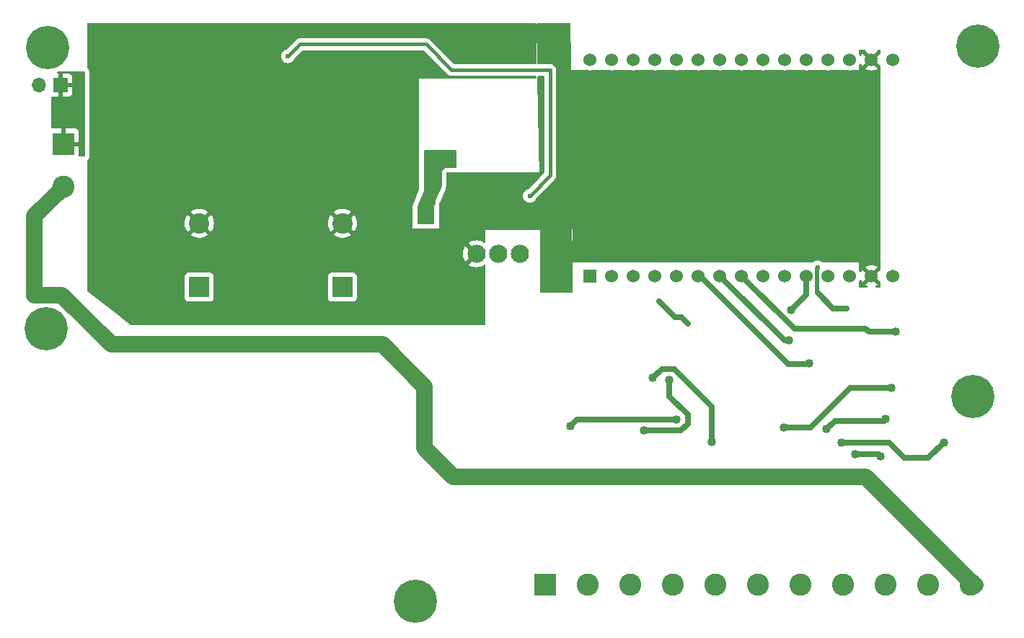
<source format=gbr>
%TF.GenerationSoftware,KiCad,Pcbnew,8.0.5-8.0.5-0~ubuntu24.04.1*%
%TF.CreationDate,2024-09-24T11:00:55-06:00*%
%TF.ProjectId,Sprinkler_Controller_V2,53707269-6e6b-46c6-9572-5f436f6e7472,rev?*%
%TF.SameCoordinates,Original*%
%TF.FileFunction,Copper,L2,Bot*%
%TF.FilePolarity,Positive*%
%FSLAX46Y46*%
G04 Gerber Fmt 4.6, Leading zero omitted, Abs format (unit mm)*
G04 Created by KiCad (PCBNEW 8.0.5-8.0.5-0~ubuntu24.04.1) date 2024-09-24 11:00:55*
%MOMM*%
%LPD*%
G01*
G04 APERTURE LIST*
%TA.AperFunction,ComponentPad*%
%ADD10R,1.700000X1.700000*%
%TD*%
%TA.AperFunction,ComponentPad*%
%ADD11O,1.700000X1.700000*%
%TD*%
%TA.AperFunction,ComponentPad*%
%ADD12R,1.524000X1.524000*%
%TD*%
%TA.AperFunction,ComponentPad*%
%ADD13C,1.524000*%
%TD*%
%TA.AperFunction,ComponentPad*%
%ADD14C,2.133600*%
%TD*%
%TA.AperFunction,ComponentPad*%
%ADD15R,2.600000X2.600000*%
%TD*%
%TA.AperFunction,ComponentPad*%
%ADD16C,2.600000*%
%TD*%
%TA.AperFunction,ComponentPad*%
%ADD17R,2.400000X2.400000*%
%TD*%
%TA.AperFunction,ComponentPad*%
%ADD18C,2.400000*%
%TD*%
%TA.AperFunction,ViaPad*%
%ADD19C,5.080000*%
%TD*%
%TA.AperFunction,ViaPad*%
%ADD20C,1.905000*%
%TD*%
%TA.AperFunction,ViaPad*%
%ADD21C,0.600000*%
%TD*%
%TA.AperFunction,ViaPad*%
%ADD22C,1.016000*%
%TD*%
%TA.AperFunction,Conductor*%
%ADD23C,0.635000*%
%TD*%
%TA.AperFunction,Conductor*%
%ADD24C,0.508000*%
%TD*%
%TA.AperFunction,Conductor*%
%ADD25C,1.905000*%
%TD*%
%TA.AperFunction,Conductor*%
%ADD26C,0.381000*%
%TD*%
G04 APERTURE END LIST*
D10*
%TO.P,SW1,1,A*%
%TO.N,AC_to_SW*%
X102140000Y-87800000D03*
D11*
%TO.P,SW1,2,B*%
%TO.N,AC*%
X99600000Y-87800000D03*
%TD*%
D12*
%TO.P,U1,1,EN*%
%TO.N,unconnected-(U1-EN-Pad1)*%
X164290000Y-110200000D03*
D13*
%TO.P,U1,2,SENSOR_VP*%
%TO.N,unconnected-(U1-SENSOR_VP-Pad2)*%
X166830000Y-110200000D03*
%TO.P,U1,3,SENSOR_VN*%
%TO.N,unconnected-(U1-SENSOR_VN-Pad3)*%
X169370000Y-110200000D03*
%TO.P,U1,4,IO34*%
%TO.N,unconnected-(U1-IO34-Pad4)*%
X171910000Y-110200000D03*
%TO.P,U1,5,IO35*%
%TO.N,unconnected-(U1-IO35-Pad5)*%
X174450000Y-110200000D03*
%TO.P,U1,6,IO32*%
%TO.N,Net-(U1-IO32)*%
X176990000Y-110200000D03*
%TO.P,U1,7,IO33*%
%TO.N,Net-(U1-IO33)*%
X179530000Y-110200000D03*
%TO.P,U1,8,IO25*%
%TO.N,Net-(U1-IO25)*%
X182070000Y-110200000D03*
%TO.P,U1,9,IO26*%
%TO.N,Net-(U1-IO26)*%
X184610000Y-110200000D03*
%TO.P,U1,10,IO27*%
%TO.N,Net-(U1-IO27)*%
X187150000Y-110200000D03*
%TO.P,U1,11,IO14*%
%TO.N,Net-(U1-IO14)*%
X189690000Y-110200000D03*
%TO.P,U1,12,IO12*%
%TO.N,unconnected-(U1-IO12-Pad12)*%
X192230000Y-110200000D03*
%TO.P,U1,13,IO13*%
%TO.N,Net-(U1-IO13)*%
X194770000Y-110200000D03*
%TO.P,U1,14,GND*%
%TO.N,GND*%
X197310000Y-110200000D03*
%TO.P,U1,15,VIN*%
%TO.N,VCC*%
X199850000Y-110200000D03*
%TO.P,U1,16,3V3*%
%TO.N,unconnected-(U1-3V3-Pad16)*%
X199850000Y-84800000D03*
%TO.P,U1,17,GND*%
%TO.N,GND*%
X197310000Y-84800000D03*
%TO.P,U1,18,IO15*%
%TO.N,unconnected-(U1-IO15-Pad18)*%
X194770000Y-84800000D03*
%TO.P,U1,19,IO2*%
%TO.N,unconnected-(U1-IO2-Pad19)*%
X192230000Y-84800000D03*
%TO.P,U1,20,IO4*%
%TO.N,unconnected-(U1-IO4-Pad20)*%
X189690000Y-84800000D03*
%TO.P,U1,21,IO16*%
%TO.N,unconnected-(U1-IO16-Pad21)*%
X187150000Y-84800000D03*
%TO.P,U1,22,IO17*%
%TO.N,unconnected-(U1-IO17-Pad22)*%
X184610000Y-84800000D03*
%TO.P,U1,23,IO5*%
%TO.N,unconnected-(U1-IO5-Pad23)*%
X182070000Y-84800000D03*
%TO.P,U1,24,IO18*%
%TO.N,Net-(U1-IO18)*%
X179530000Y-84800000D03*
%TO.P,U1,25,IO19*%
%TO.N,Net-(U1-IO19)*%
X176990000Y-84800000D03*
%TO.P,U1,26,IO21*%
%TO.N,Net-(U1-IO21)*%
X174450000Y-84800000D03*
%TO.P,U1,27,RXD0/IO3*%
%TO.N,unconnected-(U1-RXD0{slash}IO3-Pad27)*%
X171910000Y-84800000D03*
%TO.P,U1,28,TXD0/IO1*%
%TO.N,unconnected-(U1-TXD0{slash}IO1-Pad28)*%
X169370000Y-84800000D03*
%TO.P,U1,29,IO22*%
%TO.N,unconnected-(U1-IO22-Pad29)*%
X166830000Y-84800000D03*
%TO.P,U1,30,IO23*%
%TO.N,unconnected-(U1-IO23-Pad30)*%
X164290000Y-84800000D03*
%TD*%
D14*
%TO.P,RV1,1,1*%
%TO.N,GND*%
X150920000Y-107600000D03*
%TO.P,RV1,2,2*%
%TO.N,FB*%
X153460000Y-107600000D03*
%TO.P,RV1,3,3*%
%TO.N,Net-(C5-Pad1)*%
X156000000Y-107600000D03*
%TD*%
D15*
%TO.P,J2,1,Pin_1*%
%TO.N,Net-(J2-Pin_1)*%
X159000000Y-146500000D03*
D16*
%TO.P,J2,2,Pin_2*%
%TO.N,Net-(J2-Pin_2)*%
X164000000Y-146500000D03*
%TO.P,J2,3,Pin_3*%
%TO.N,Net-(J2-Pin_3)*%
X169000000Y-146500000D03*
%TO.P,J2,4,Pin_4*%
%TO.N,Net-(J2-Pin_4)*%
X174000000Y-146500000D03*
%TO.P,J2,5,Pin_5*%
%TO.N,Net-(J2-Pin_5)*%
X179000000Y-146500000D03*
%TO.P,J2,6,Pin_6*%
%TO.N,Net-(J2-Pin_6)*%
X184000000Y-146500000D03*
%TO.P,J2,7,Pin_7*%
%TO.N,Net-(J2-Pin_7)*%
X189000000Y-146500000D03*
%TO.P,J2,8,Pin_8*%
%TO.N,Net-(J2-Pin_8)*%
X194000000Y-146500000D03*
%TO.P,J2,9,Pin_9*%
%TO.N,Net-(J2-Pin_9)*%
X199000000Y-146500000D03*
%TO.P,J2,10,Pin_10*%
%TO.N,Net-(J2-Pin_10)*%
X204000000Y-146500000D03*
%TO.P,J2,11,Pin_11*%
%TO.N,GNDPWR*%
X209000000Y-146500000D03*
%TD*%
D17*
%TO.P,C1,1*%
%TO.N,/Vin*%
X118400000Y-111512755D03*
D18*
%TO.P,C1,2*%
%TO.N,GND*%
X118400000Y-104012755D03*
%TD*%
%TO.P,C2,2*%
%TO.N,GND*%
X135200000Y-104012755D03*
D17*
%TO.P,C2,1*%
%TO.N,/Vin*%
X135200000Y-111512755D03*
%TD*%
D15*
%TO.P,J1,1,Pin_1*%
%TO.N,AC_to_SW*%
X102445000Y-94700000D03*
D16*
%TO.P,J1,2,Pin_2*%
%TO.N,GNDPWR*%
X102445000Y-99700000D03*
%TD*%
D19*
%TO.N,*%
X209200000Y-124400000D03*
X100600000Y-83400000D03*
D20*
%TO.N,GNDPWR*%
X99000000Y-112400000D03*
D21*
%TO.N,Net-(U1-IO18)*%
X194400000Y-114000000D03*
X191000000Y-109200000D03*
%TO.N,Net-(U1-IO21)*%
X175800000Y-115800000D03*
X172400000Y-113200000D03*
%TO.N,VCC*%
X128800000Y-84400000D03*
X157200000Y-100800000D03*
%TO.N,GND*%
X150000000Y-100000000D03*
X149400000Y-99200000D03*
X148600000Y-99200000D03*
X147800000Y-99200000D03*
X149200000Y-100000000D03*
X148400000Y-100000000D03*
X147600000Y-100000000D03*
X143400000Y-90000000D03*
X142600000Y-90000000D03*
X141800000Y-90000000D03*
X141000000Y-90000000D03*
X140200000Y-90000000D03*
X139400000Y-90000000D03*
X138600000Y-90000000D03*
X137800000Y-90000000D03*
X137000000Y-90000000D03*
X136200000Y-90000000D03*
X135400000Y-90000000D03*
X148800000Y-111600000D03*
X149600000Y-111600000D03*
X150400000Y-111600000D03*
X151200000Y-111600000D03*
X151200000Y-110800000D03*
X150400000Y-110800000D03*
X149600000Y-110800000D03*
X148800000Y-110800000D03*
X151000000Y-104600000D03*
X150200000Y-104600000D03*
X149600000Y-104600000D03*
X148800000Y-104600000D03*
%TO.N,SW*%
X146600000Y-97200000D03*
X146600000Y-96400000D03*
X146600000Y-95800000D03*
X147400000Y-95800000D03*
X147400000Y-96400000D03*
X147400000Y-97200000D03*
X148200000Y-97200000D03*
X148200000Y-96400000D03*
X148200000Y-95800000D03*
X144400000Y-103400000D03*
X145000000Y-103400000D03*
X145600000Y-103400000D03*
X145600000Y-102600000D03*
X145000000Y-102600000D03*
X144400000Y-102600000D03*
%TO.N,GND*%
X151000000Y-103000000D03*
X151000000Y-102000000D03*
X151000000Y-101000000D03*
D19*
%TO.N,*%
X143800000Y-148400000D03*
X100400000Y-116400000D03*
X209800000Y-83200000D03*
D22*
%TO.N,Net-(D3-A)*%
X174400000Y-127046000D03*
X162000000Y-127800000D03*
%TO.N,Net-(U1-IO14)*%
X187867000Y-114218000D03*
%TO.N,Net-(D5-A)*%
X170600000Y-128379500D03*
X173571500Y-122442927D03*
%TO.N,Net-(D6-A)*%
X178600000Y-129713000D03*
X171600000Y-122200000D03*
%TO.N,Net-(U1-IO33)*%
X187600000Y-117800000D03*
%TO.N,Net-(U1-IO32)*%
X190000000Y-120466500D03*
%TO.N,Net-(D8-A)*%
X199620255Y-123347424D03*
X187000000Y-128000000D03*
%TO.N,Net-(U1-IO25)*%
X200174999Y-116768389D03*
%TO.N,Net-(D9-A)*%
X198968500Y-127000000D03*
X192000000Y-128200000D03*
%TO.N,Net-(D11-A)*%
X198388535Y-131389812D03*
X195400000Y-131133500D03*
%TO.N,Net-(D12-A)*%
X193800000Y-129800000D03*
X205800000Y-129800000D03*
%TD*%
D23*
%TO.N,Net-(U1-IO25)*%
X200174999Y-116768389D02*
X197000557Y-116768389D01*
X197000557Y-116768389D02*
X196632168Y-116400000D01*
X196632168Y-116400000D02*
X188270000Y-116400000D01*
X188270000Y-116400000D02*
X182070000Y-110200000D01*
%TO.N,Net-(U1-IO18)*%
X192800000Y-114000000D02*
X194400000Y-114000000D01*
X191000000Y-112200000D02*
X192800000Y-114000000D01*
D24*
X191000000Y-109200000D02*
X190906000Y-109294000D01*
X190906000Y-109294000D02*
X190906000Y-112106000D01*
X190906000Y-112106000D02*
X191000000Y-112200000D01*
D23*
%TO.N,Net-(U1-IO21)*%
X174215996Y-115015996D02*
X172400000Y-113200000D01*
X175800000Y-115800000D02*
X175015996Y-115015996D01*
X175015996Y-115015996D02*
X174215996Y-115015996D01*
D25*
%TO.N,GNDPWR*%
X209260000Y-146500000D02*
X196560000Y-133800000D01*
X196560000Y-133800000D02*
X148200000Y-133800000D01*
X148200000Y-133800000D02*
X144787146Y-130387146D01*
X144787146Y-130387146D02*
X144787146Y-123150305D01*
X144787146Y-123150305D02*
X139836841Y-118200000D01*
X139836841Y-118200000D02*
X108000000Y-118200000D01*
X108000000Y-118200000D02*
X102200000Y-112400000D01*
X102200000Y-112400000D02*
X99000000Y-112400000D01*
X99000000Y-103145000D02*
X99000000Y-112400000D01*
X102445000Y-99700000D02*
X99000000Y-103145000D01*
D26*
%TO.N,VCC*%
X145000000Y-83000000D02*
X130200000Y-83000000D01*
X130200000Y-83000000D02*
X128800000Y-84400000D01*
X159600000Y-98400000D02*
X159600000Y-86000000D01*
X159600000Y-86000000D02*
X148000000Y-86000000D01*
X157200000Y-100800000D02*
X159600000Y-98400000D01*
X148000000Y-86000000D02*
X145000000Y-83000000D01*
D23*
%TO.N,Net-(D3-A)*%
X162754000Y-127046000D02*
X162000000Y-127800000D01*
X174400000Y-127046000D02*
X162754000Y-127046000D01*
%TO.N,Net-(U1-IO14)*%
X189690000Y-112395000D02*
X187867000Y-114218000D01*
X189690000Y-110200000D02*
X189690000Y-112395000D01*
%TO.N,Net-(D5-A)*%
X174952354Y-128379500D02*
X170600000Y-128379500D01*
X175733500Y-126493646D02*
X175733500Y-127598354D01*
X175733500Y-127598354D02*
X174952354Y-128379500D01*
X173571500Y-124331646D02*
X175733500Y-126493646D01*
X173571500Y-122442927D02*
X173571500Y-124331646D01*
%TO.N,Net-(D6-A)*%
X172690573Y-121109427D02*
X171600000Y-122200000D01*
X178600000Y-129713000D02*
X178600000Y-125585573D01*
X178600000Y-125585573D02*
X174123854Y-121109427D01*
X174123854Y-121109427D02*
X172690573Y-121109427D01*
%TO.N,Net-(U1-IO33)*%
X187600000Y-117800000D02*
X187130000Y-117800000D01*
X187130000Y-117800000D02*
X179530000Y-110200000D01*
%TO.N,Net-(U1-IO32)*%
X189934500Y-120532000D02*
X187532000Y-120532000D01*
X190000000Y-120466500D02*
X189934500Y-120532000D01*
X187532000Y-120532000D02*
X177200000Y-110200000D01*
X177200000Y-110200000D02*
X176990000Y-110200000D01*
%TO.N,Net-(D8-A)*%
X190200000Y-128000000D02*
X187000000Y-128000000D01*
X194852576Y-123347424D02*
X190200000Y-128000000D01*
X199620255Y-123347424D02*
X194852576Y-123347424D01*
%TO.N,Net-(D9-A)*%
X193000000Y-127200000D02*
X192000000Y-128200000D01*
X198768500Y-127200000D02*
X193000000Y-127200000D01*
X198968500Y-127000000D02*
X198768500Y-127200000D01*
%TO.N,Net-(D11-A)*%
X198132223Y-131133500D02*
X198388535Y-131389812D01*
X195400000Y-131133500D02*
X198132223Y-131133500D01*
%TO.N,Net-(D12-A)*%
X199400000Y-129800000D02*
X201200000Y-131600000D01*
X201200000Y-131600000D02*
X204000000Y-131600000D01*
X204000000Y-131600000D02*
X205800000Y-129800000D01*
X193800000Y-129800000D02*
X199400000Y-129800000D01*
D25*
%TO.N,GNDPWR*%
X209019000Y-146500000D02*
X209260000Y-146500000D01*
X209260000Y-146500000D02*
X209500000Y-146500000D01*
%TD*%
%TA.AperFunction,Conductor*%
%TO.N,SW*%
G36*
X148543039Y-95419685D02*
G01*
X148588794Y-95472489D01*
X148600000Y-95524000D01*
X148600000Y-97370500D01*
X148580315Y-97437539D01*
X148527511Y-97483294D01*
X148476000Y-97494500D01*
X148256349Y-97494500D01*
X148228013Y-97495295D01*
X148214111Y-97496076D01*
X148211865Y-97496265D01*
X148210402Y-97496389D01*
X148189598Y-97496389D01*
X148187873Y-97496243D01*
X148185888Y-97496076D01*
X148171986Y-97495295D01*
X148143651Y-97494500D01*
X148143647Y-97494500D01*
X147524000Y-97494500D01*
X147523991Y-97494500D01*
X147523990Y-97494501D01*
X147416549Y-97506052D01*
X147416537Y-97506054D01*
X147365027Y-97517260D01*
X147262502Y-97551383D01*
X147262496Y-97551386D01*
X147141462Y-97629171D01*
X147141451Y-97629179D01*
X147088659Y-97674923D01*
X146994433Y-97783664D01*
X146994430Y-97783668D01*
X146934664Y-97914534D01*
X146914976Y-97981582D01*
X146894500Y-98124001D01*
X146894500Y-99582464D01*
X146876776Y-99643987D01*
X146877231Y-99644206D01*
X146875942Y-99646880D01*
X146875496Y-99648432D01*
X146874211Y-99650476D01*
X146814630Y-99820750D01*
X146808972Y-99870973D01*
X146799065Y-99907451D01*
X146493625Y-100594693D01*
X146148752Y-101370658D01*
X146148748Y-101370669D01*
X146116198Y-101471019D01*
X146105510Y-101521385D01*
X146094500Y-101626316D01*
X146094500Y-101765240D01*
X146083385Y-101816552D01*
X146000001Y-101999996D01*
X146000000Y-102000002D01*
X146000000Y-103970500D01*
X145980315Y-104037539D01*
X145927511Y-104083294D01*
X145876000Y-104094500D01*
X144124000Y-104094500D01*
X144056961Y-104074815D01*
X144011206Y-104022011D01*
X144000000Y-103970500D01*
X144000000Y-102026315D01*
X144010687Y-101975954D01*
X144166082Y-101626316D01*
X144800000Y-100200000D01*
X144800000Y-95524000D01*
X144819685Y-95456961D01*
X144872489Y-95411206D01*
X144924000Y-95400000D01*
X148476000Y-95400000D01*
X148543039Y-95419685D01*
G37*
%TD.AperFunction*%
%TD*%
%TA.AperFunction,Conductor*%
%TO.N,GND*%
G36*
X157943039Y-80520185D02*
G01*
X157988794Y-80572989D01*
X158000000Y-80624500D01*
X158000000Y-85185000D01*
X157980315Y-85252039D01*
X157927511Y-85297794D01*
X157876000Y-85309000D01*
X148337583Y-85309000D01*
X148270544Y-85289315D01*
X148249902Y-85272681D01*
X145440492Y-82463269D01*
X145440485Y-82463263D01*
X145327312Y-82387644D01*
X145327309Y-82387642D01*
X145201561Y-82335556D01*
X145201551Y-82335553D01*
X145068060Y-82309000D01*
X145068058Y-82309000D01*
X130131942Y-82309000D01*
X130131940Y-82309000D01*
X129998448Y-82335553D01*
X129998438Y-82335556D01*
X129872690Y-82387642D01*
X129872687Y-82387644D01*
X129759514Y-82463263D01*
X129759507Y-82463269D01*
X128621376Y-83601400D01*
X128574651Y-83630760D01*
X128450476Y-83674211D01*
X128450475Y-83674212D01*
X128297737Y-83770184D01*
X128170184Y-83897737D01*
X128074211Y-84050476D01*
X128014631Y-84220745D01*
X128014630Y-84220750D01*
X127994435Y-84399996D01*
X127994435Y-84400003D01*
X128014630Y-84579249D01*
X128014631Y-84579254D01*
X128074211Y-84749523D01*
X128170184Y-84902262D01*
X128297738Y-85029816D01*
X128450478Y-85125789D01*
X128619693Y-85185000D01*
X128620745Y-85185368D01*
X128620750Y-85185369D01*
X128799996Y-85205565D01*
X128800000Y-85205565D01*
X128800004Y-85205565D01*
X128979249Y-85185369D01*
X128979252Y-85185368D01*
X128979255Y-85185368D01*
X129149522Y-85125789D01*
X129302262Y-85029816D01*
X129429816Y-84902262D01*
X129525789Y-84749522D01*
X129569239Y-84625345D01*
X129598597Y-84578623D01*
X130449903Y-83727319D01*
X130511226Y-83693834D01*
X130537584Y-83691000D01*
X144662416Y-83691000D01*
X144729455Y-83710685D01*
X144750097Y-83727319D01*
X147463266Y-86440487D01*
X147559513Y-86536734D01*
X147559514Y-86536735D01*
X147672682Y-86612352D01*
X147672695Y-86612359D01*
X147798438Y-86664443D01*
X147798443Y-86664445D01*
X147798447Y-86664445D01*
X147798448Y-86664446D01*
X147931939Y-86691000D01*
X157876000Y-86691000D01*
X157943039Y-86710685D01*
X157988794Y-86763489D01*
X158000000Y-86815000D01*
X158000000Y-86876000D01*
X157980315Y-86943039D01*
X157927511Y-86988794D01*
X157876000Y-87000000D01*
X144200000Y-87000000D01*
X144200000Y-99976120D01*
X144191131Y-100022172D01*
X143565853Y-101585368D01*
X143400000Y-102000000D01*
X143400000Y-104600000D01*
X146600000Y-104600000D01*
X146600000Y-101626315D01*
X146610687Y-101575954D01*
X146955557Y-100799996D01*
X147400000Y-99800000D01*
X147400000Y-98124000D01*
X147419685Y-98056961D01*
X147472489Y-98011206D01*
X147524000Y-98000000D01*
X148143647Y-98000000D01*
X148157531Y-98000780D01*
X148199998Y-98005565D01*
X148200000Y-98005565D01*
X148200002Y-98005565D01*
X148242469Y-98000780D01*
X148256353Y-98000000D01*
X158289430Y-98000000D01*
X158289431Y-98000000D01*
X158301164Y-98721611D01*
X157021376Y-100001400D01*
X156974651Y-100030760D01*
X156850476Y-100074211D01*
X156850475Y-100074212D01*
X156697737Y-100170184D01*
X156570184Y-100297737D01*
X156474211Y-100450476D01*
X156414631Y-100620745D01*
X156414630Y-100620750D01*
X156394435Y-100799996D01*
X156394435Y-100800003D01*
X156414630Y-100979249D01*
X156414631Y-100979254D01*
X156474211Y-101149523D01*
X156570184Y-101302262D01*
X156697738Y-101429816D01*
X156850478Y-101525789D01*
X156993841Y-101575954D01*
X157020745Y-101585368D01*
X157020750Y-101585369D01*
X157199996Y-101605565D01*
X157200000Y-101605565D01*
X157200004Y-101605565D01*
X157379249Y-101585369D01*
X157379252Y-101585368D01*
X157379255Y-101585368D01*
X157549522Y-101525789D01*
X157702262Y-101429816D01*
X157829816Y-101302262D01*
X157925789Y-101149522D01*
X157969239Y-101025345D01*
X157998597Y-100978623D01*
X158332435Y-100644785D01*
X158400000Y-104800000D01*
X152000000Y-104800000D01*
X152000000Y-106202819D01*
X151980315Y-106269858D01*
X151927511Y-106315613D01*
X151858353Y-106325557D01*
X151811211Y-106308547D01*
X151633510Y-106199653D01*
X151405664Y-106105276D01*
X151165862Y-106047705D01*
X150920000Y-106028355D01*
X150674137Y-106047705D01*
X150434335Y-106105276D01*
X150206495Y-106199650D01*
X150206490Y-106199653D01*
X149999839Y-106326287D01*
X150547909Y-106874356D01*
X150534995Y-106879706D01*
X150401870Y-106968657D01*
X150288657Y-107081870D01*
X150199706Y-107214995D01*
X150194356Y-107227908D01*
X149646287Y-106679839D01*
X149519653Y-106886490D01*
X149519650Y-106886495D01*
X149425276Y-107114335D01*
X149367705Y-107354137D01*
X149348355Y-107600000D01*
X149367705Y-107845862D01*
X149425276Y-108085664D01*
X149519653Y-108313512D01*
X149646287Y-108520159D01*
X150194356Y-107972090D01*
X150199706Y-107985005D01*
X150288657Y-108118130D01*
X150401870Y-108231343D01*
X150534995Y-108320294D01*
X150547907Y-108325642D01*
X149999839Y-108873711D01*
X150206487Y-109000346D01*
X150434335Y-109094723D01*
X150674137Y-109152294D01*
X150920000Y-109171644D01*
X151165862Y-109152294D01*
X151405664Y-109094723D01*
X151633512Y-109000346D01*
X151811210Y-108891453D01*
X151878656Y-108873208D01*
X151945258Y-108894324D01*
X151989872Y-108948096D01*
X152000000Y-108997180D01*
X152000000Y-115876000D01*
X151980315Y-115943039D01*
X151927511Y-115988794D01*
X151876000Y-116000000D01*
X110442174Y-116000000D01*
X110375135Y-115980315D01*
X110366570Y-115974285D01*
X110325950Y-115943039D01*
X108538650Y-114568192D01*
X105248396Y-112037227D01*
X105207261Y-111980750D01*
X105200000Y-111938942D01*
X105200000Y-110264890D01*
X116699500Y-110264890D01*
X116699500Y-112760625D01*
X116699501Y-112760631D01*
X116705908Y-112820238D01*
X116756202Y-112955083D01*
X116756206Y-112955090D01*
X116842452Y-113070299D01*
X116842455Y-113070302D01*
X116957664Y-113156548D01*
X116957671Y-113156552D01*
X117092517Y-113206846D01*
X117092516Y-113206846D01*
X117099444Y-113207590D01*
X117152127Y-113213255D01*
X119647872Y-113213254D01*
X119707483Y-113206846D01*
X119842331Y-113156551D01*
X119957546Y-113070301D01*
X120043796Y-112955086D01*
X120094091Y-112820238D01*
X120100500Y-112760628D01*
X120100499Y-110264890D01*
X133499500Y-110264890D01*
X133499500Y-112760625D01*
X133499501Y-112760631D01*
X133505908Y-112820238D01*
X133556202Y-112955083D01*
X133556206Y-112955090D01*
X133642452Y-113070299D01*
X133642455Y-113070302D01*
X133757664Y-113156548D01*
X133757671Y-113156552D01*
X133892517Y-113206846D01*
X133892516Y-113206846D01*
X133899444Y-113207590D01*
X133952127Y-113213255D01*
X136447872Y-113213254D01*
X136507483Y-113206846D01*
X136642331Y-113156551D01*
X136757546Y-113070301D01*
X136843796Y-112955086D01*
X136894091Y-112820238D01*
X136900500Y-112760628D01*
X136900499Y-110264883D01*
X136894091Y-110205272D01*
X136843796Y-110070424D01*
X136843795Y-110070423D01*
X136843793Y-110070419D01*
X136757547Y-109955210D01*
X136757544Y-109955207D01*
X136642335Y-109868961D01*
X136642328Y-109868957D01*
X136507482Y-109818663D01*
X136507483Y-109818663D01*
X136447883Y-109812256D01*
X136447881Y-109812255D01*
X136447873Y-109812255D01*
X136447864Y-109812255D01*
X133952129Y-109812255D01*
X133952123Y-109812256D01*
X133892516Y-109818663D01*
X133757671Y-109868957D01*
X133757664Y-109868961D01*
X133642455Y-109955207D01*
X133642452Y-109955210D01*
X133556206Y-110070419D01*
X133556202Y-110070426D01*
X133505908Y-110205272D01*
X133499501Y-110264871D01*
X133499501Y-110264878D01*
X133499500Y-110264890D01*
X120100499Y-110264890D01*
X120100499Y-110264883D01*
X120094091Y-110205272D01*
X120043796Y-110070424D01*
X120043795Y-110070423D01*
X120043793Y-110070419D01*
X119957547Y-109955210D01*
X119957544Y-109955207D01*
X119842335Y-109868961D01*
X119842328Y-109868957D01*
X119707482Y-109818663D01*
X119707483Y-109818663D01*
X119647883Y-109812256D01*
X119647881Y-109812255D01*
X119647873Y-109812255D01*
X119647864Y-109812255D01*
X117152129Y-109812255D01*
X117152123Y-109812256D01*
X117092516Y-109818663D01*
X116957671Y-109868957D01*
X116957664Y-109868961D01*
X116842455Y-109955207D01*
X116842452Y-109955210D01*
X116756206Y-110070419D01*
X116756202Y-110070426D01*
X116705908Y-110205272D01*
X116699501Y-110264871D01*
X116699501Y-110264878D01*
X116699500Y-110264890D01*
X105200000Y-110264890D01*
X105200000Y-104012750D01*
X116695233Y-104012750D01*
X116695233Y-104012759D01*
X116714273Y-104266834D01*
X116770968Y-104515232D01*
X116770973Y-104515249D01*
X116864058Y-104752426D01*
X116864057Y-104752426D01*
X116991454Y-104973082D01*
X116991461Y-104973093D01*
X117033452Y-105025746D01*
X117033453Y-105025747D01*
X117835387Y-104223813D01*
X117840889Y-104244346D01*
X117919881Y-104381163D01*
X118031592Y-104492874D01*
X118168409Y-104571866D01*
X118188940Y-104577367D01*
X117386813Y-105379493D01*
X117547616Y-105489126D01*
X117547624Y-105489131D01*
X117777176Y-105599676D01*
X117777174Y-105599676D01*
X118020652Y-105674779D01*
X118020658Y-105674781D01*
X118272595Y-105712754D01*
X118272604Y-105712755D01*
X118527396Y-105712755D01*
X118527404Y-105712754D01*
X118779341Y-105674781D01*
X118779347Y-105674779D01*
X119022824Y-105599676D01*
X119252376Y-105489131D01*
X119252377Y-105489130D01*
X119413185Y-105379493D01*
X118611060Y-104577367D01*
X118631591Y-104571866D01*
X118768408Y-104492874D01*
X118880119Y-104381163D01*
X118959111Y-104244346D01*
X118964612Y-104223814D01*
X119766544Y-105025747D01*
X119766546Y-105025746D01*
X119808544Y-104973085D01*
X119935941Y-104752426D01*
X120029026Y-104515249D01*
X120029031Y-104515232D01*
X120085726Y-104266834D01*
X120104767Y-104012759D01*
X120104767Y-104012750D01*
X133495233Y-104012750D01*
X133495233Y-104012759D01*
X133514273Y-104266834D01*
X133570968Y-104515232D01*
X133570973Y-104515249D01*
X133664058Y-104752426D01*
X133664057Y-104752426D01*
X133791454Y-104973082D01*
X133791461Y-104973093D01*
X133833452Y-105025746D01*
X133833453Y-105025747D01*
X134635387Y-104223813D01*
X134640889Y-104244346D01*
X134719881Y-104381163D01*
X134831592Y-104492874D01*
X134968409Y-104571866D01*
X134988940Y-104577367D01*
X134186813Y-105379493D01*
X134347616Y-105489126D01*
X134347624Y-105489131D01*
X134577176Y-105599676D01*
X134577174Y-105599676D01*
X134820652Y-105674779D01*
X134820658Y-105674781D01*
X135072595Y-105712754D01*
X135072604Y-105712755D01*
X135327396Y-105712755D01*
X135327404Y-105712754D01*
X135579341Y-105674781D01*
X135579347Y-105674779D01*
X135822824Y-105599676D01*
X136052376Y-105489131D01*
X136052377Y-105489130D01*
X136213185Y-105379493D01*
X135411060Y-104577367D01*
X135431591Y-104571866D01*
X135568408Y-104492874D01*
X135680119Y-104381163D01*
X135759111Y-104244346D01*
X135764612Y-104223814D01*
X136566544Y-105025747D01*
X136566546Y-105025746D01*
X136608544Y-104973085D01*
X136735941Y-104752426D01*
X136829026Y-104515249D01*
X136829031Y-104515232D01*
X136885726Y-104266834D01*
X136904767Y-104012759D01*
X136904767Y-104012750D01*
X136885726Y-103758675D01*
X136829031Y-103510277D01*
X136829026Y-103510260D01*
X136735941Y-103273083D01*
X136735942Y-103273083D01*
X136608545Y-103052427D01*
X136566545Y-102999761D01*
X135764612Y-103801694D01*
X135759111Y-103781164D01*
X135680119Y-103644347D01*
X135568408Y-103532636D01*
X135431591Y-103453644D01*
X135411059Y-103448142D01*
X136213185Y-102646015D01*
X136052384Y-102536383D01*
X136052376Y-102536378D01*
X135822823Y-102425833D01*
X135822825Y-102425833D01*
X135579347Y-102350730D01*
X135579341Y-102350728D01*
X135327404Y-102312755D01*
X135072595Y-102312755D01*
X134820658Y-102350728D01*
X134820652Y-102350730D01*
X134577175Y-102425833D01*
X134347622Y-102536380D01*
X134347609Y-102536387D01*
X134186813Y-102646014D01*
X134988941Y-103448142D01*
X134968409Y-103453644D01*
X134831592Y-103532636D01*
X134719881Y-103644347D01*
X134640889Y-103781164D01*
X134635387Y-103801695D01*
X133833452Y-102999761D01*
X133791457Y-103052422D01*
X133664058Y-103273083D01*
X133570973Y-103510260D01*
X133570968Y-103510277D01*
X133514273Y-103758675D01*
X133495233Y-104012750D01*
X120104767Y-104012750D01*
X120085726Y-103758675D01*
X120029031Y-103510277D01*
X120029026Y-103510260D01*
X119935941Y-103273083D01*
X119935942Y-103273083D01*
X119808545Y-103052427D01*
X119766545Y-102999761D01*
X118964612Y-103801694D01*
X118959111Y-103781164D01*
X118880119Y-103644347D01*
X118768408Y-103532636D01*
X118631591Y-103453644D01*
X118611059Y-103448142D01*
X119413185Y-102646015D01*
X119252384Y-102536383D01*
X119252376Y-102536378D01*
X119022823Y-102425833D01*
X119022825Y-102425833D01*
X118779347Y-102350730D01*
X118779341Y-102350728D01*
X118527404Y-102312755D01*
X118272595Y-102312755D01*
X118020658Y-102350728D01*
X118020652Y-102350730D01*
X117777175Y-102425833D01*
X117547622Y-102536380D01*
X117547609Y-102536387D01*
X117386813Y-102646014D01*
X118188941Y-103448142D01*
X118168409Y-103453644D01*
X118031592Y-103532636D01*
X117919881Y-103644347D01*
X117840889Y-103781164D01*
X117835387Y-103801696D01*
X117033452Y-102999761D01*
X116991457Y-103052422D01*
X116864058Y-103273083D01*
X116770973Y-103510260D01*
X116770968Y-103510277D01*
X116714273Y-103758675D01*
X116695233Y-104012750D01*
X105200000Y-104012750D01*
X105200000Y-96676157D01*
X105219685Y-96609118D01*
X105255139Y-96573663D01*
X105255000Y-96573477D01*
X105256296Y-96572506D01*
X105256961Y-96571841D01*
X105258543Y-96570825D01*
X105311347Y-96525070D01*
X105405567Y-96416336D01*
X105465338Y-96285459D01*
X105485023Y-96218420D01*
X105485024Y-96218416D01*
X105505500Y-96076000D01*
X105505500Y-86324000D01*
X105493947Y-86216544D01*
X105482741Y-86165033D01*
X105482637Y-86164722D01*
X105448616Y-86062502D01*
X105448613Y-86062496D01*
X105370828Y-85941462D01*
X105370825Y-85941457D01*
X105346830Y-85913765D01*
X105325075Y-85888658D01*
X105325072Y-85888655D01*
X105325070Y-85888653D01*
X105295785Y-85863277D01*
X105242795Y-85817359D01*
X105205022Y-85758581D01*
X105200000Y-85723648D01*
X105200000Y-80624500D01*
X105219685Y-80557461D01*
X105272489Y-80511706D01*
X105324000Y-80500500D01*
X157876000Y-80500500D01*
X157943039Y-80520185D01*
G37*
%TD.AperFunction*%
%TD*%
%TA.AperFunction,Conductor*%
%TO.N,GND*%
G36*
X161945689Y-80520185D02*
G01*
X161991444Y-80572989D01*
X162002648Y-80623725D01*
X162029185Y-84869754D01*
X162036249Y-86000000D01*
X162000000Y-86000000D01*
X162123403Y-99944584D01*
X162123404Y-99944680D01*
X162123404Y-99944750D01*
X162199220Y-112075225D01*
X162179954Y-112142386D01*
X162127437Y-112188470D01*
X162075222Y-112200000D01*
X158524000Y-112200000D01*
X158456961Y-112180315D01*
X158411206Y-112127511D01*
X158400000Y-112076000D01*
X158400000Y-104800000D01*
X158332435Y-100644785D01*
X160136735Y-98840486D01*
X160212356Y-98727311D01*
X160264445Y-98601557D01*
X160291000Y-98468057D01*
X160291000Y-98331943D01*
X160291000Y-85931942D01*
X160291000Y-85931939D01*
X160264446Y-85798448D01*
X160264445Y-85798447D01*
X160264445Y-85798443D01*
X160264443Y-85798438D01*
X160212359Y-85672695D01*
X160212352Y-85672682D01*
X160136734Y-85559513D01*
X160136731Y-85559509D01*
X160040490Y-85463268D01*
X160040486Y-85463265D01*
X159927317Y-85387647D01*
X159927304Y-85387640D01*
X159801561Y-85335556D01*
X159801551Y-85335553D01*
X159668060Y-85309000D01*
X159668058Y-85309000D01*
X158205074Y-85309000D01*
X158138035Y-85289315D01*
X158092280Y-85236511D01*
X158081090Y-85187016D01*
X158006935Y-80626516D01*
X158025527Y-80559165D01*
X158077581Y-80512558D01*
X158130919Y-80500500D01*
X161878650Y-80500500D01*
X161945689Y-80520185D01*
G37*
%TD.AperFunction*%
%TA.AperFunction,Conductor*%
G36*
X158852039Y-86710685D02*
G01*
X158897794Y-86763489D01*
X158909000Y-86815000D01*
X158909000Y-98062415D01*
X158889315Y-98129454D01*
X158872681Y-98150096D01*
X158301164Y-98721611D01*
X158107594Y-86817016D01*
X158126186Y-86749665D01*
X158178240Y-86703058D01*
X158231578Y-86691000D01*
X158785000Y-86691000D01*
X158852039Y-86710685D01*
G37*
%TD.AperFunction*%
%TD*%
%TA.AperFunction,Conductor*%
%TO.N,GND*%
G36*
X196929000Y-110250160D02*
G01*
X196954964Y-110347061D01*
X197005124Y-110433940D01*
X197076060Y-110504876D01*
X197162939Y-110555036D01*
X197259840Y-110581000D01*
X197282553Y-110581000D01*
X196611810Y-111251740D01*
X196676590Y-111297099D01*
X196676592Y-111297100D01*
X196819240Y-111363618D01*
X196871680Y-111409790D01*
X196890832Y-111476983D01*
X196870616Y-111543865D01*
X196817451Y-111589199D01*
X196766836Y-111600000D01*
X195924000Y-111600000D01*
X195856961Y-111580315D01*
X195811206Y-111527511D01*
X195800000Y-111476000D01*
X195800000Y-110969207D01*
X195819685Y-110902168D01*
X195822402Y-110898116D01*
X195867534Y-110833662D01*
X195927894Y-110704218D01*
X195974066Y-110651779D01*
X196041259Y-110632627D01*
X196108141Y-110652843D01*
X196152658Y-110704219D01*
X196212898Y-110833405D01*
X196212901Y-110833411D01*
X196258258Y-110898187D01*
X196258259Y-110898188D01*
X196929000Y-110227447D01*
X196929000Y-110250160D01*
G37*
%TD.AperFunction*%
%TA.AperFunction,Conductor*%
G36*
X198363681Y-110900129D02*
G01*
X198397166Y-110961452D01*
X198400000Y-110987810D01*
X198400000Y-111476000D01*
X198380315Y-111543039D01*
X198327511Y-111588794D01*
X198276000Y-111600000D01*
X197853164Y-111600000D01*
X197786125Y-111580315D01*
X197740370Y-111527511D01*
X197730426Y-111458353D01*
X197759451Y-111394797D01*
X197800760Y-111363618D01*
X197943407Y-111297100D01*
X197943417Y-111297094D01*
X198008188Y-111251741D01*
X197337448Y-110581000D01*
X197360160Y-110581000D01*
X197457061Y-110555036D01*
X197543940Y-110504876D01*
X197614876Y-110433940D01*
X197665036Y-110347061D01*
X197691000Y-110250160D01*
X197691000Y-110227448D01*
X198363681Y-110900129D01*
G37*
%TD.AperFunction*%
%TA.AperFunction,Conductor*%
G36*
X196929000Y-84850160D02*
G01*
X196954964Y-84947061D01*
X197005124Y-85033940D01*
X197076060Y-85104876D01*
X197162939Y-85155036D01*
X197259840Y-85181000D01*
X197282553Y-85181000D01*
X196611810Y-85851740D01*
X196676590Y-85897099D01*
X196676592Y-85897100D01*
X196876715Y-85990419D01*
X196876729Y-85990424D01*
X197090013Y-86047573D01*
X197090023Y-86047575D01*
X197309999Y-86066821D01*
X197310001Y-86066821D01*
X197529976Y-86047575D01*
X197529986Y-86047573D01*
X197743270Y-85990424D01*
X197743284Y-85990419D01*
X197943407Y-85897100D01*
X197943417Y-85897094D01*
X198008188Y-85851741D01*
X197337448Y-85181000D01*
X197360160Y-85181000D01*
X197457061Y-85155036D01*
X197543940Y-85104876D01*
X197614876Y-85033940D01*
X197665036Y-84947061D01*
X197691000Y-84850160D01*
X197691000Y-84827448D01*
X198363681Y-85500129D01*
X198397166Y-85561452D01*
X198400000Y-85587810D01*
X198400000Y-109412189D01*
X198380315Y-109479228D01*
X198363681Y-109499870D01*
X197691000Y-110172551D01*
X197691000Y-110149840D01*
X197665036Y-110052939D01*
X197614876Y-109966060D01*
X197543940Y-109895124D01*
X197457061Y-109844964D01*
X197360160Y-109819000D01*
X197337448Y-109819000D01*
X198008188Y-109148259D01*
X198008187Y-109148258D01*
X197943411Y-109102901D01*
X197943405Y-109102898D01*
X197743284Y-109009580D01*
X197743270Y-109009575D01*
X197529986Y-108952426D01*
X197529976Y-108952424D01*
X197310001Y-108933179D01*
X197309999Y-108933179D01*
X197090023Y-108952424D01*
X197090013Y-108952426D01*
X196876729Y-109009575D01*
X196876720Y-109009579D01*
X196676590Y-109102901D01*
X196611811Y-109148258D01*
X197282553Y-109819000D01*
X197259840Y-109819000D01*
X197162939Y-109844964D01*
X197076060Y-109895124D01*
X197005124Y-109966060D01*
X196954964Y-110052939D01*
X196929000Y-110149840D01*
X196929000Y-110172553D01*
X196258258Y-109501811D01*
X196212901Y-109566590D01*
X196152658Y-109695781D01*
X196106485Y-109748220D01*
X196039292Y-109767372D01*
X195972411Y-109747156D01*
X195927894Y-109695781D01*
X195920679Y-109680309D01*
X195867534Y-109566339D01*
X195859094Y-109554285D01*
X195822425Y-109501915D01*
X195800098Y-109435709D01*
X195800000Y-109430792D01*
X195800000Y-108600000D01*
X191583039Y-108600000D01*
X191516000Y-108580315D01*
X191505724Y-108572945D01*
X191502263Y-108570185D01*
X191502262Y-108570184D01*
X191434348Y-108527511D01*
X191349523Y-108474211D01*
X191179254Y-108414631D01*
X191179249Y-108414630D01*
X191000004Y-108394435D01*
X190999996Y-108394435D01*
X190820750Y-108414630D01*
X190820745Y-108414631D01*
X190650476Y-108474211D01*
X190497736Y-108570185D01*
X190494276Y-108572945D01*
X190429590Y-108599355D01*
X190416961Y-108600000D01*
X162322907Y-108600000D01*
X162255868Y-108580315D01*
X162210113Y-108527511D01*
X162198912Y-108477097D01*
X162000000Y-86000000D01*
X162036250Y-86000000D01*
X163874208Y-86000000D01*
X163906301Y-86004224D01*
X164069932Y-86048070D01*
X164227123Y-86061822D01*
X164289998Y-86067323D01*
X164290000Y-86067323D01*
X164290002Y-86067323D01*
X164345017Y-86062509D01*
X164510068Y-86048070D01*
X164673698Y-86004224D01*
X164705792Y-86000000D01*
X166414208Y-86000000D01*
X166446301Y-86004224D01*
X166609932Y-86048070D01*
X166767123Y-86061822D01*
X166829998Y-86067323D01*
X166830000Y-86067323D01*
X166830002Y-86067323D01*
X166885017Y-86062509D01*
X167050068Y-86048070D01*
X167213698Y-86004224D01*
X167245792Y-86000000D01*
X168954208Y-86000000D01*
X168986301Y-86004224D01*
X169149932Y-86048070D01*
X169307123Y-86061822D01*
X169369998Y-86067323D01*
X169370000Y-86067323D01*
X169370002Y-86067323D01*
X169425017Y-86062509D01*
X169590068Y-86048070D01*
X169753698Y-86004224D01*
X169785792Y-86000000D01*
X171494208Y-86000000D01*
X171526301Y-86004224D01*
X171689932Y-86048070D01*
X171847123Y-86061822D01*
X171909998Y-86067323D01*
X171910000Y-86067323D01*
X171910002Y-86067323D01*
X171965017Y-86062509D01*
X172130068Y-86048070D01*
X172293698Y-86004224D01*
X172325792Y-86000000D01*
X174034208Y-86000000D01*
X174066301Y-86004224D01*
X174229932Y-86048070D01*
X174387123Y-86061822D01*
X174449998Y-86067323D01*
X174450000Y-86067323D01*
X174450002Y-86067323D01*
X174505017Y-86062509D01*
X174670068Y-86048070D01*
X174833698Y-86004224D01*
X174865792Y-86000000D01*
X176574208Y-86000000D01*
X176606301Y-86004224D01*
X176769932Y-86048070D01*
X176927123Y-86061822D01*
X176989998Y-86067323D01*
X176990000Y-86067323D01*
X176990002Y-86067323D01*
X177045017Y-86062509D01*
X177210068Y-86048070D01*
X177373698Y-86004224D01*
X177405792Y-86000000D01*
X179114208Y-86000000D01*
X179146301Y-86004224D01*
X179309932Y-86048070D01*
X179467123Y-86061822D01*
X179529998Y-86067323D01*
X179530000Y-86067323D01*
X179530002Y-86067323D01*
X179585017Y-86062509D01*
X179750068Y-86048070D01*
X179913698Y-86004224D01*
X179945792Y-86000000D01*
X181654208Y-86000000D01*
X181686301Y-86004224D01*
X181849932Y-86048070D01*
X182007123Y-86061822D01*
X182069998Y-86067323D01*
X182070000Y-86067323D01*
X182070002Y-86067323D01*
X182125017Y-86062509D01*
X182290068Y-86048070D01*
X182453698Y-86004224D01*
X182485792Y-86000000D01*
X184194208Y-86000000D01*
X184226301Y-86004224D01*
X184389932Y-86048070D01*
X184547123Y-86061822D01*
X184609998Y-86067323D01*
X184610000Y-86067323D01*
X184610002Y-86067323D01*
X184665017Y-86062509D01*
X184830068Y-86048070D01*
X184993698Y-86004224D01*
X185025792Y-86000000D01*
X186734208Y-86000000D01*
X186766301Y-86004224D01*
X186929932Y-86048070D01*
X187087123Y-86061822D01*
X187149998Y-86067323D01*
X187150000Y-86067323D01*
X187150002Y-86067323D01*
X187205017Y-86062509D01*
X187370068Y-86048070D01*
X187533698Y-86004224D01*
X187565792Y-86000000D01*
X189274208Y-86000000D01*
X189306301Y-86004224D01*
X189469932Y-86048070D01*
X189627123Y-86061822D01*
X189689998Y-86067323D01*
X189690000Y-86067323D01*
X189690002Y-86067323D01*
X189745017Y-86062509D01*
X189910068Y-86048070D01*
X190073698Y-86004224D01*
X190105792Y-86000000D01*
X191814208Y-86000000D01*
X191846301Y-86004224D01*
X192009932Y-86048070D01*
X192167123Y-86061822D01*
X192229998Y-86067323D01*
X192230000Y-86067323D01*
X192230002Y-86067323D01*
X192285017Y-86062509D01*
X192450068Y-86048070D01*
X192613698Y-86004224D01*
X192645792Y-86000000D01*
X194354208Y-86000000D01*
X194386301Y-86004224D01*
X194549932Y-86048070D01*
X194707123Y-86061822D01*
X194769998Y-86067323D01*
X194770000Y-86067323D01*
X194770002Y-86067323D01*
X194825017Y-86062509D01*
X194990068Y-86048070D01*
X195153698Y-86004224D01*
X195185792Y-86000000D01*
X195800000Y-86000000D01*
X195800000Y-85569207D01*
X195819685Y-85502168D01*
X195822402Y-85498116D01*
X195867534Y-85433662D01*
X195927894Y-85304218D01*
X195974066Y-85251779D01*
X196041259Y-85232627D01*
X196108141Y-85252843D01*
X196152658Y-85304219D01*
X196212898Y-85433405D01*
X196212901Y-85433411D01*
X196258258Y-85498187D01*
X196258259Y-85498188D01*
X196929000Y-84827447D01*
X196929000Y-84850160D01*
G37*
%TD.AperFunction*%
%TA.AperFunction,Conductor*%
G36*
X196556499Y-83619685D02*
G01*
X196602254Y-83672489D01*
X196612988Y-83734809D01*
X196611811Y-83748258D01*
X197282553Y-84419000D01*
X197259840Y-84419000D01*
X197162939Y-84444964D01*
X197076060Y-84495124D01*
X197005124Y-84566060D01*
X196954964Y-84652939D01*
X196929000Y-84749840D01*
X196929000Y-84772553D01*
X196258258Y-84101811D01*
X196212901Y-84166590D01*
X196152658Y-84295781D01*
X196106485Y-84348220D01*
X196039292Y-84367372D01*
X195972411Y-84347156D01*
X195927894Y-84295781D01*
X195920679Y-84280309D01*
X195867534Y-84166339D01*
X195859094Y-84154285D01*
X195822425Y-84101915D01*
X195800098Y-84035709D01*
X195800000Y-84030792D01*
X195800000Y-83724000D01*
X195819685Y-83656961D01*
X195872489Y-83611206D01*
X195924000Y-83600000D01*
X196489460Y-83600000D01*
X196556499Y-83619685D01*
G37*
%TD.AperFunction*%
%TA.AperFunction,Conductor*%
G36*
X198343039Y-83619685D02*
G01*
X198388794Y-83672489D01*
X198400000Y-83724000D01*
X198400000Y-84012189D01*
X198380315Y-84079228D01*
X198363681Y-84099870D01*
X197691000Y-84772551D01*
X197691000Y-84749840D01*
X197665036Y-84652939D01*
X197614876Y-84566060D01*
X197543940Y-84495124D01*
X197457061Y-84444964D01*
X197360160Y-84419000D01*
X197337448Y-84419000D01*
X198008187Y-83748259D01*
X198007011Y-83734808D01*
X198020777Y-83666308D01*
X198069392Y-83616125D01*
X198130539Y-83600000D01*
X198276000Y-83600000D01*
X198343039Y-83619685D01*
G37*
%TD.AperFunction*%
%TD*%
%TA.AperFunction,Conductor*%
%TO.N,AC_to_SW*%
G36*
X104943039Y-86219685D02*
G01*
X104988794Y-86272489D01*
X105000000Y-86324000D01*
X105000000Y-96076000D01*
X104980315Y-96143039D01*
X104927511Y-96188794D01*
X104876000Y-96200000D01*
X104366686Y-96200000D01*
X104299647Y-96180315D01*
X104253892Y-96127511D01*
X104243397Y-96062743D01*
X104244999Y-96047841D01*
X104245000Y-96047827D01*
X104245000Y-94950000D01*
X103045001Y-94950000D01*
X103070021Y-94889598D01*
X103095000Y-94764019D01*
X103095000Y-94635981D01*
X103070021Y-94510402D01*
X103045001Y-94450000D01*
X104245000Y-94450000D01*
X104245000Y-93352172D01*
X104244999Y-93352155D01*
X104238598Y-93292627D01*
X104238596Y-93292620D01*
X104188354Y-93157913D01*
X104188350Y-93157906D01*
X104102190Y-93042812D01*
X104102187Y-93042809D01*
X103987093Y-92956649D01*
X103987086Y-92956645D01*
X103852379Y-92906403D01*
X103852372Y-92906401D01*
X103792844Y-92900000D01*
X102695000Y-92900000D01*
X102695000Y-94099998D01*
X102634598Y-94074979D01*
X102509019Y-94050000D01*
X102380981Y-94050000D01*
X102255402Y-94074979D01*
X102195000Y-94099998D01*
X102195000Y-92900000D01*
X101124000Y-92900000D01*
X101056961Y-92880315D01*
X101011206Y-92827511D01*
X101000000Y-92776000D01*
X101000000Y-89254076D01*
X101019685Y-89187037D01*
X101072489Y-89141282D01*
X101141647Y-89131338D01*
X101167338Y-89137896D01*
X101182621Y-89143597D01*
X101182627Y-89143598D01*
X101242155Y-89149999D01*
X101242172Y-89150000D01*
X101890000Y-89150000D01*
X101890000Y-88233012D01*
X101947007Y-88265925D01*
X102074174Y-88300000D01*
X102205826Y-88300000D01*
X102332993Y-88265925D01*
X102390000Y-88233012D01*
X102390000Y-89150000D01*
X103037828Y-89150000D01*
X103037844Y-89149999D01*
X103097372Y-89143598D01*
X103097379Y-89143596D01*
X103232086Y-89093354D01*
X103232093Y-89093350D01*
X103347187Y-89007190D01*
X103347190Y-89007187D01*
X103433350Y-88892093D01*
X103433354Y-88892086D01*
X103483596Y-88757379D01*
X103483598Y-88757372D01*
X103489999Y-88697844D01*
X103490000Y-88697827D01*
X103490000Y-88050000D01*
X102573012Y-88050000D01*
X102605925Y-87992993D01*
X102640000Y-87865826D01*
X102640000Y-87734174D01*
X102605925Y-87607007D01*
X102573012Y-87550000D01*
X103490000Y-87550000D01*
X103490000Y-86902172D01*
X103489999Y-86902155D01*
X103483598Y-86842627D01*
X103483596Y-86842620D01*
X103433354Y-86707913D01*
X103433350Y-86707906D01*
X103347190Y-86592812D01*
X103347187Y-86592809D01*
X103232093Y-86506649D01*
X103232086Y-86506645D01*
X103097379Y-86456403D01*
X103097372Y-86456401D01*
X103037844Y-86450000D01*
X102390000Y-86450000D01*
X102390000Y-87366988D01*
X102332993Y-87334075D01*
X102205826Y-87300000D01*
X102074174Y-87300000D01*
X101947007Y-87334075D01*
X101890000Y-87366988D01*
X101890000Y-86450000D01*
X101805248Y-86450000D01*
X101738209Y-86430315D01*
X101692454Y-86377511D01*
X101682510Y-86308353D01*
X101711535Y-86244797D01*
X101757792Y-86211440D01*
X101762621Y-86209439D01*
X101810076Y-86200000D01*
X104876000Y-86200000D01*
X104943039Y-86219685D01*
G37*
%TD.AperFunction*%
%TD*%
M02*

</source>
